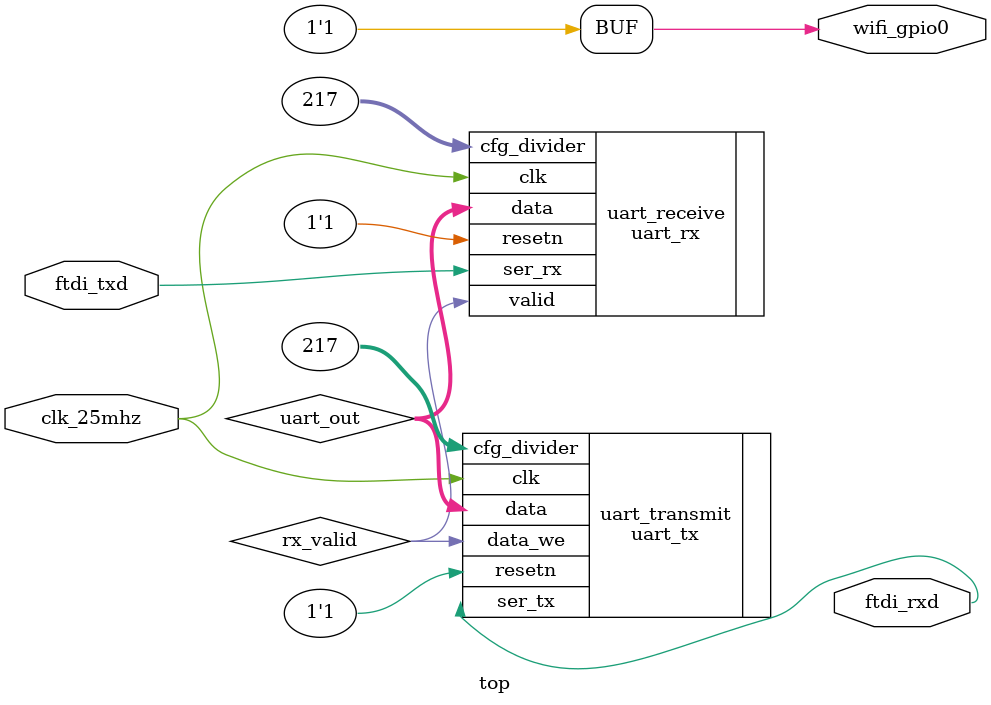
<source format=v>
module top (
  input  clk_25mhz,
  input  ftdi_txd,
  output ftdi_rxd,
  output wifi_gpio0);   

  wire rx_valid;
  wire [7:0] uart_out;
  
  uart_rx uart_receive(
    .clk(clk_25mhz),
    .resetn(1'b1),
    .ser_rx(ftdi_txd),
    .cfg_divider(25000000/115200),
    .data(uart_out),
    .valid(rx_valid)
  );

  uart_tx uart_transmit(
    .clk(clk_25mhz),
    .resetn(1'b1),
    .ser_tx(ftdi_rxd),
    .cfg_divider(25000000/115200),
    .data(uart_out),
    .data_we(rx_valid)
  );

  assign wifi_gpio0 = 1'b1;

endmodule
</source>
